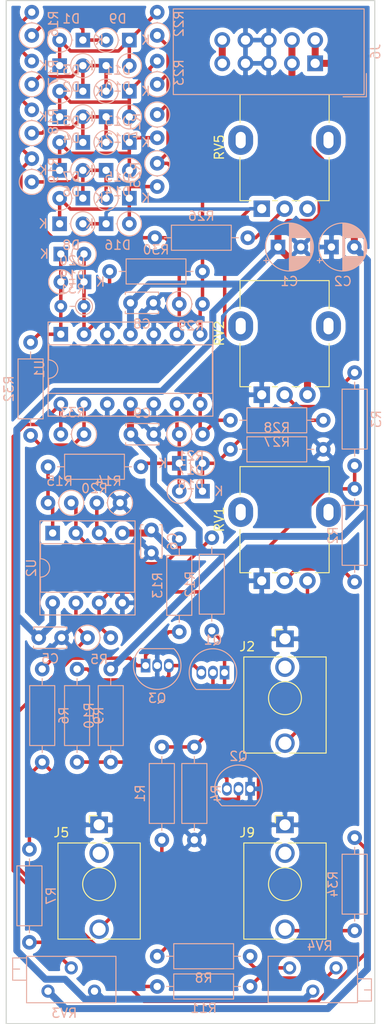
<source format=kicad_pcb>
(kicad_pcb (version 20171130) (host pcbnew 5.1.5-52549c5~84~ubuntu19.04.1)
  (title_block (title Wavefolder) (date 2020-02-09) (rev R01) (comment 1 "PCB for main circuit") (comment 2 "Original design by Yves Usson") (comment 4 "License CC BY 4.0 - Attribution 4.0 International"))
  (layers (0 F.Cu signal) (31 B.Cu signal) (34 B.Paste user) (35 F.Paste user) (36 B.SilkS user) (37 F.SilkS user) (38 B.Mask user) (39 F.Mask user) (44 Edge.Cuts user))
  (net 0 "")
  (net 1 GND)
  (net 2 +15V)
  (net 3 -15V)
  (net 4 "Net-(D1-Pad2)")
  (net 5 "Net-(D1-Pad1)")
  (net 6 "Net-(D10-Pad1)")
  (net 7 "Net-(D11-Pad1)")
  (net 8 "Net-(D12-Pad1)")
  (net 9 "Net-(D13-Pad1)")
  (net 10 "Net-(D14-Pad1)")
  (net 11 "Net-(D15-Pad1)")
  (net 12 "Net-(D16-Pad1)")
  (net 13 "Net-(D17-Pad2)")
  (net 14 "Net-(D17-Pad1)")
  (net 15 "Net-(D19-Pad2)")
  (net 16 "Net-(D19-Pad1)")
  (net 17 "Net-(J2-PadT)")
  (net 18 "Net-(J5-PadT)")
  (net 19 +5V)
  (net 20 "Net-(J9-PadT)")
  (net 21 "Net-(Q1-Pad1)")
  (net 22 "Net-(Q1-Pad3)")
  (net 23 "Net-(Q1-Pad2)")
  (net 24 "Net-(Q2-Pad3)")
  (net 25 "Net-(Q2-Pad2)")
  (net 26 "Net-(Q3-Pad1)")
  (net 27 "Net-(R2-Pad2)")
  (net 28 "Net-(R2-Pad1)")
  (net 29 "Net-(R3-Pad2)")
  (net 30 "Net-(R5-Pad1)")
  (net 31 "Net-(R7-Pad1)")
  (net 32 "Net-(R8-Pad2)")
  (net 33 "Net-(R11-Pad2)")
  (net 34 "Net-(R12-Pad1)")
  (net 35 "Net-(R13-Pad1)")
  (net 36 "Net-(R15-Pad2)")
  (net 37 "Net-(R16-Pad2)")
  (net 38 "Net-(R22-Pad1)")
  (net 39 "Net-(R26-Pad1)")
  (net 40 "Net-(R32-Pad2)")
  (net 41 "Net-(R33-Pad2)")
  (module Resistor_THT:R_Axial_DIN0207_L6.3mm_D2.5mm_P2.54mm_Vertical (layer B.Cu) (at 63.246 105.664 180)
    (fp_text reference R14 (at 1.27 2.37) (layer B.SilkS) (effects (justify mirror)))
    (fp_text value 100k)
    (pad 2 thru_hole oval (at 2.54 0 180) (size 1.6 1.6) (drill 0.8) (layers *.Cu *.Mask) (net 35 "Net-(R13-Pad1)"))
    (pad 1 thru_hole circle (at 0 0 180) (size 1.6 1.6) (drill 0.8) (layers *.Cu *.Mask) (net 1 GND))
  )
  (module elektrophon:Jack_3.5mm_WQP-PJ398SM_Vertical (layer F.Cu) (at 81.28 147.32)
    (fp_text reference J9 (at -4.13 -5.63) (layer F.SilkS))
    (fp_text value OUT)
    (pad TN thru_hole circle (at 0 -3.38 180) (size 2.13 2.13) (drill 1.42) (layers *.Cu *.Mask))
    (pad S thru_hole rect (at 0 -6.48 180) (size 1.93 1.83) (drill 1.22) (layers *.Cu *.Mask) (net 1 GND))
    (pad T thru_hole circle (at 0 4.92 180) (size 2.13 2.13) (drill 1.43) (layers *.Cu *.Mask) (net 20 "Net-(J9-PadT)"))
  )
  (module elektrophon:Jack_3.5mm_WQP-PJ398SM_Vertical (layer F.Cu) (at 60.96 147.32)
    (fp_text reference J5 (at -4.13 -5.63) (layer F.SilkS))
    (fp_text value INPUT)
    (pad TN thru_hole circle (at 0 -3.38 180) (size 2.13 2.13) (drill 1.42) (layers *.Cu *.Mask))
    (pad S thru_hole rect (at 0 -6.48 180) (size 1.93 1.83) (drill 1.22) (layers *.Cu *.Mask) (net 1 GND))
    (pad T thru_hole circle (at 0 4.92 180) (size 2.13 2.13) (drill 1.43) (layers *.Cu *.Mask) (net 18 "Net-(J5-PadT)"))
  )
  (module elektrophon:Jack_3.5mm_WQP-PJ398SM_Vertical (layer F.Cu) (at 81.28 127)
    (fp_text reference J2 (at -4.13 -5.63) (layer F.SilkS))
    (fp_text value Control)
    (pad TN thru_hole circle (at 0 -3.38 180) (size 2.13 2.13) (drill 1.42) (layers *.Cu *.Mask))
    (pad S thru_hole rect (at 0 -6.48 180) (size 1.93 1.83) (drill 1.22) (layers *.Cu *.Mask) (net 1 GND))
    (pad T thru_hole circle (at 0 4.92 180) (size 2.13 2.13) (drill 1.43) (layers *.Cu *.Mask) (net 17 "Net-(J2-PadT)"))
  )
  (module Resistor_THT:R_Axial_DIN0207_L6.3mm_D2.5mm_P2.54mm_Vertical (layer B.Cu) (at 67.31 68.58 270)
    (fp_text reference R25 (at 1.27 2.37 90) (layer B.SilkS) (effects (justify mirror)))
    (fp_text value 15k)
    (pad 2 thru_hole oval (at 2.54 0 270) (size 1.6 1.6) (drill 0.8) (layers *.Cu *.Mask) (net 11 "Net-(D15-Pad1)"))
    (pad 1 thru_hole circle (at 0 0 270) (size 1.6 1.6) (drill 0.8) (layers *.Cu *.Mask) (net 38 "Net-(R22-Pad1)"))
  )
  (module Resistor_THT:R_Axial_DIN0207_L6.3mm_D2.5mm_P2.54mm_Vertical (layer B.Cu) (at 67.31 63.246 270)
    (fp_text reference R24 (at 1.27 2.37 90) (layer B.SilkS) (effects (justify mirror)))
    (fp_text value 15k)
    (pad 2 thru_hole oval (at 2.54 0 270) (size 1.6 1.6) (drill 0.8) (layers *.Cu *.Mask) (net 9 "Net-(D13-Pad1)"))
    (pad 1 thru_hole circle (at 0 0 270) (size 1.6 1.6) (drill 0.8) (layers *.Cu *.Mask) (net 38 "Net-(R22-Pad1)"))
  )
  (module Resistor_THT:R_Axial_DIN0207_L6.3mm_D2.5mm_P2.54mm_Vertical (layer B.Cu) (at 67.31 59.944 90)
    (fp_text reference R23 (at 1.27 2.37 90) (layer B.SilkS) (effects (justify mirror)))
    (fp_text value 15k)
    (pad 2 thru_hole oval (at 2.54 0 90) (size 1.6 1.6) (drill 0.8) (layers *.Cu *.Mask) (net 7 "Net-(D11-Pad1)"))
    (pad 1 thru_hole circle (at 0 0 90) (size 1.6 1.6) (drill 0.8) (layers *.Cu *.Mask) (net 38 "Net-(R22-Pad1)"))
  )
  (module Resistor_THT:R_Axial_DIN0207_L6.3mm_D2.5mm_P2.54mm_Vertical (layer B.Cu) (at 67.31 54.61 90)
    (fp_text reference R22 (at 1.27 2.37 90) (layer B.SilkS) (effects (justify mirror)))
    (fp_text value 15k)
    (pad 2 thru_hole oval (at 2.54 0 90) (size 1.6 1.6) (drill 0.8) (layers *.Cu *.Mask) (net 4 "Net-(D1-Pad2)"))
    (pad 1 thru_hole circle (at 0 0 90) (size 1.6 1.6) (drill 0.8) (layers *.Cu *.Mask) (net 38 "Net-(R22-Pad1)"))
  )
  (module Resistor_THT:R_Axial_DIN0207_L6.3mm_D2.5mm_P2.54mm_Vertical (layer B.Cu) (at 53.594 70.612 90)
    (fp_text reference R19 (at 1.27 2.37 90) (layer B.SilkS) (effects (justify mirror)))
    (fp_text value 15k)
    (pad 2 thru_hole oval (at 2.54 0 90) (size 1.6 1.6) (drill 0.8) (layers *.Cu *.Mask) (net 37 "Net-(R16-Pad2)"))
    (pad 1 thru_hole circle (at 0 0 90) (size 1.6 1.6) (drill 0.8) (layers *.Cu *.Mask) (net 10 "Net-(D14-Pad1)"))
  )
  (module Resistor_THT:R_Axial_DIN0207_L6.3mm_D2.5mm_P2.54mm_Vertical (layer B.Cu) (at 53.594 65.278 90)
    (fp_text reference R18 (at 1.27 2.37 90) (layer B.SilkS) (effects (justify mirror)))
    (fp_text value 15k)
    (pad 2 thru_hole oval (at 2.54 0 90) (size 1.6 1.6) (drill 0.8) (layers *.Cu *.Mask) (net 37 "Net-(R16-Pad2)"))
    (pad 1 thru_hole circle (at 0 0 90) (size 1.6 1.6) (drill 0.8) (layers *.Cu *.Mask) (net 8 "Net-(D12-Pad1)"))
  )
  (module Resistor_THT:R_Axial_DIN0207_L6.3mm_D2.5mm_P2.54mm_Vertical (layer B.Cu) (at 53.594 59.944 90)
    (fp_text reference R17 (at 1.27 2.37 90) (layer B.SilkS) (effects (justify mirror)))
    (fp_text value 15k)
    (pad 2 thru_hole oval (at 2.54 0 90) (size 1.6 1.6) (drill 0.8) (layers *.Cu *.Mask) (net 37 "Net-(R16-Pad2)"))
    (pad 1 thru_hole circle (at 0 0 90) (size 1.6 1.6) (drill 0.8) (layers *.Cu *.Mask) (net 6 "Net-(D10-Pad1)"))
  )
  (module Resistor_THT:R_Axial_DIN0207_L6.3mm_D2.5mm_P2.54mm_Vertical (layer B.Cu) (at 53.594 54.61 90)
    (fp_text reference R16 (at 1.27 2.37 90) (layer B.SilkS) (effects (justify mirror)))
    (fp_text value 15k)
    (pad 2 thru_hole oval (at 2.54 0 90) (size 1.6 1.6) (drill 0.8) (layers *.Cu *.Mask) (net 37 "Net-(R16-Pad2)"))
    (pad 1 thru_hole circle (at 0 0 90) (size 1.6 1.6) (drill 0.8) (layers *.Cu *.Mask) (net 5 "Net-(D1-Pad1)"))
  )
  (module Diode_THT:D_DO-35_SOD27_P2.54mm_Vertical_KathodeUp (layer B.Cu) (at 61.722 75.184)
    (fp_text reference D16 (at 1.27 2.326371) (layer B.SilkS) (effects (justify mirror)))
    (fp_text value D)
    (fp_text user K (at -1.8 0) (layer B.SilkS) (effects (justify mirror)))
    (pad 2 thru_hole oval (at 2.54 0) (size 1.6 1.6) (drill 0.8) (layers *.Cu *.Mask) (net 11 "Net-(D15-Pad1)"))
    (pad 1 thru_hole rect (at 0 0) (size 1.6 1.6) (drill 0.8) (layers *.Cu *.Mask) (net 12 "Net-(D16-Pad1)"))
  )
  (module Diode_THT:D_DO-35_SOD27_P2.54mm_Vertical_KathodeUp (layer B.Cu) (at 64.262 72.39 180)
    (fp_text reference D15 (at 1.27 2.326371) (layer B.SilkS) (effects (justify mirror)))
    (fp_text value D)
    (fp_text user K (at -1.8 0) (layer B.SilkS) (effects (justify mirror)))
    (pad 2 thru_hole oval (at 2.54 0 180) (size 1.6 1.6) (drill 0.8) (layers *.Cu *.Mask) (net 10 "Net-(D14-Pad1)"))
    (pad 1 thru_hole rect (at 0 0 180) (size 1.6 1.6) (drill 0.8) (layers *.Cu *.Mask) (net 11 "Net-(D15-Pad1)"))
  )
  (module Diode_THT:D_DO-35_SOD27_P2.54mm_Vertical_KathodeUp (layer B.Cu) (at 61.722 69.342)
    (fp_text reference D14 (at 1.27 2.326371) (layer B.SilkS) (effects (justify mirror)))
    (fp_text value D)
    (fp_text user K (at -1.8 0) (layer B.SilkS) (effects (justify mirror)))
    (pad 2 thru_hole oval (at 2.54 0) (size 1.6 1.6) (drill 0.8) (layers *.Cu *.Mask) (net 9 "Net-(D13-Pad1)"))
    (pad 1 thru_hole rect (at 0 0) (size 1.6 1.6) (drill 0.8) (layers *.Cu *.Mask) (net 10 "Net-(D14-Pad1)"))
  )
  (module Diode_THT:D_DO-35_SOD27_P2.54mm_Vertical_KathodeUp (layer B.Cu) (at 64.262 66.294 180)
    (fp_text reference D13 (at 1.27 2.326371) (layer B.SilkS) (effects (justify mirror)))
    (fp_text value D)
    (fp_text user K (at -1.8 0) (layer B.SilkS) (effects (justify mirror)))
    (pad 2 thru_hole oval (at 2.54 0 180) (size 1.6 1.6) (drill 0.8) (layers *.Cu *.Mask) (net 8 "Net-(D12-Pad1)"))
    (pad 1 thru_hole rect (at 0 0 180) (size 1.6 1.6) (drill 0.8) (layers *.Cu *.Mask) (net 9 "Net-(D13-Pad1)"))
  )
  (module Diode_THT:D_DO-35_SOD27_P2.54mm_Vertical_KathodeUp (layer B.Cu) (at 61.722 63.5)
    (fp_text reference D12 (at 1.27 2.326371) (layer B.SilkS) (effects (justify mirror)))
    (fp_text value D)
    (fp_text user K (at -1.8 0) (layer B.SilkS) (effects (justify mirror)))
    (pad 2 thru_hole oval (at 2.54 0) (size 1.6 1.6) (drill 0.8) (layers *.Cu *.Mask) (net 7 "Net-(D11-Pad1)"))
    (pad 1 thru_hole rect (at 0 0) (size 1.6 1.6) (drill 0.8) (layers *.Cu *.Mask) (net 8 "Net-(D12-Pad1)"))
  )
  (module Diode_THT:D_DO-35_SOD27_P2.54mm_Vertical_KathodeUp (layer B.Cu) (at 64.262 60.706 180)
    (fp_text reference D11 (at 1.27 2.326371) (layer B.SilkS) (effects (justify mirror)))
    (fp_text value D)
    (fp_text user K (at -1.8 0) (layer B.SilkS) (effects (justify mirror)))
    (pad 2 thru_hole oval (at 2.54 0 180) (size 1.6 1.6) (drill 0.8) (layers *.Cu *.Mask) (net 6 "Net-(D10-Pad1)"))
    (pad 1 thru_hole rect (at 0 0 180) (size 1.6 1.6) (drill 0.8) (layers *.Cu *.Mask) (net 7 "Net-(D11-Pad1)"))
  )
  (module Diode_THT:D_DO-35_SOD27_P2.54mm_Vertical_KathodeUp (layer B.Cu) (at 61.722 57.912)
    (fp_text reference D10 (at 1.27 2.326371) (layer B.SilkS) (effects (justify mirror)))
    (fp_text value D)
    (fp_text user K (at -1.8 0) (layer B.SilkS) (effects (justify mirror)))
    (pad 2 thru_hole oval (at 2.54 0) (size 1.6 1.6) (drill 0.8) (layers *.Cu *.Mask) (net 4 "Net-(D1-Pad2)"))
    (pad 1 thru_hole rect (at 0 0) (size 1.6 1.6) (drill 0.8) (layers *.Cu *.Mask) (net 6 "Net-(D10-Pad1)"))
  )
  (module Diode_THT:D_DO-35_SOD27_P2.54mm_Vertical_KathodeUp (layer B.Cu) (at 64.262 55.118 180)
    (fp_text reference D9 (at 1.27 2.326371) (layer B.SilkS) (effects (justify mirror)))
    (fp_text value D)
    (fp_text user K (at -1.8 0) (layer B.SilkS) (effects (justify mirror)))
    (pad 2 thru_hole oval (at 2.54 0 180) (size 1.6 1.6) (drill 0.8) (layers *.Cu *.Mask) (net 5 "Net-(D1-Pad1)"))
    (pad 1 thru_hole rect (at 0 0 180) (size 1.6 1.6) (drill 0.8) (layers *.Cu *.Mask) (net 4 "Net-(D1-Pad2)"))
  )
  (module Diode_THT:D_DO-35_SOD27_P2.54mm_Vertical_KathodeUp (layer B.Cu) (at 56.642 75.184)
    (fp_text reference D8 (at 1.27 2.326371) (layer B.SilkS) (effects (justify mirror)))
    (fp_text value D)
    (fp_text user K (at -1.8 0) (layer B.SilkS) (effects (justify mirror)))
    (pad 2 thru_hole oval (at 2.54 0) (size 1.6 1.6) (drill 0.8) (layers *.Cu *.Mask) (net 12 "Net-(D16-Pad1)"))
    (pad 1 thru_hole rect (at 0 0) (size 1.6 1.6) (drill 0.8) (layers *.Cu *.Mask) (net 11 "Net-(D15-Pad1)"))
  )
  (module Diode_THT:D_DO-35_SOD27_P2.54mm_Vertical_KathodeUp (layer B.Cu) (at 59.182 72.39 180)
    (fp_text reference D7 (at 1.27 2.326371) (layer B.SilkS) (effects (justify mirror)))
    (fp_text value D)
    (fp_text user K (at -1.8 0) (layer B.SilkS) (effects (justify mirror)))
    (pad 2 thru_hole oval (at 2.54 0 180) (size 1.6 1.6) (drill 0.8) (layers *.Cu *.Mask) (net 11 "Net-(D15-Pad1)"))
    (pad 1 thru_hole rect (at 0 0 180) (size 1.6 1.6) (drill 0.8) (layers *.Cu *.Mask) (net 10 "Net-(D14-Pad1)"))
  )
  (module Diode_THT:D_DO-35_SOD27_P2.54mm_Vertical_KathodeUp (layer B.Cu) (at 56.642 69.342)
    (fp_text reference D6 (at 1.27 2.326371) (layer B.SilkS) (effects (justify mirror)))
    (fp_text value D)
    (fp_text user K (at -1.8 0) (layer B.SilkS) (effects (justify mirror)))
    (pad 2 thru_hole oval (at 2.54 0) (size 1.6 1.6) (drill 0.8) (layers *.Cu *.Mask) (net 10 "Net-(D14-Pad1)"))
    (pad 1 thru_hole rect (at 0 0) (size 1.6 1.6) (drill 0.8) (layers *.Cu *.Mask) (net 9 "Net-(D13-Pad1)"))
  )
  (module Diode_THT:D_DO-35_SOD27_P2.54mm_Vertical_KathodeUp (layer B.Cu) (at 59.182 66.294 180)
    (fp_text reference D5 (at 1.27 2.326371) (layer B.SilkS) (effects (justify mirror)))
    (fp_text value D)
    (fp_text user K (at -1.8 0) (layer B.SilkS) (effects (justify mirror)))
    (pad 2 thru_hole oval (at 2.54 0 180) (size 1.6 1.6) (drill 0.8) (layers *.Cu *.Mask) (net 9 "Net-(D13-Pad1)"))
    (pad 1 thru_hole rect (at 0 0 180) (size 1.6 1.6) (drill 0.8) (layers *.Cu *.Mask) (net 8 "Net-(D12-Pad1)"))
  )
  (module Diode_THT:D_DO-35_SOD27_P2.54mm_Vertical_KathodeUp (layer B.Cu) (at 56.642 63.5)
    (fp_text reference D4 (at 1.27 2.326371) (layer B.SilkS) (effects (justify mirror)))
    (fp_text value D)
    (fp_text user K (at -1.8 0) (layer B.SilkS) (effects (justify mirror)))
    (pad 2 thru_hole oval (at 2.54 0) (size 1.6 1.6) (drill 0.8) (layers *.Cu *.Mask) (net 8 "Net-(D12-Pad1)"))
    (pad 1 thru_hole rect (at 0 0) (size 1.6 1.6) (drill 0.8) (layers *.Cu *.Mask) (net 7 "Net-(D11-Pad1)"))
  )
  (module Diode_THT:D_DO-35_SOD27_P2.54mm_Vertical_KathodeUp (layer B.Cu) (at 59.182 60.706 180)
    (fp_text reference D3 (at 1.27 2.326371) (layer B.SilkS) (effects (justify mirror)))
    (fp_text value D)
    (fp_text user K (at -1.8 0) (layer B.SilkS) (effects (justify mirror)))
    (pad 2 thru_hole oval (at 2.54 0 180) (size 1.6 1.6) (drill 0.8) (layers *.Cu *.Mask) (net 7 "Net-(D11-Pad1)"))
    (pad 1 thru_hole rect (at 0 0 180) (size 1.6 1.6) (drill 0.8) (layers *.Cu *.Mask) (net 6 "Net-(D10-Pad1)"))
  )
  (module Diode_THT:D_DO-35_SOD27_P2.54mm_Vertical_KathodeUp (layer B.Cu) (at 56.642 57.912)
    (fp_text reference D2 (at 1.27 2.326371) (layer B.SilkS) (effects (justify mirror)))
    (fp_text value D)
    (fp_text user K (at -1.8 0) (layer B.SilkS) (effects (justify mirror)))
    (pad 2 thru_hole oval (at 2.54 0) (size 1.6 1.6) (drill 0.8) (layers *.Cu *.Mask) (net 6 "Net-(D10-Pad1)"))
    (pad 1 thru_hole rect (at 0 0) (size 1.6 1.6) (drill 0.8) (layers *.Cu *.Mask) (net 4 "Net-(D1-Pad2)"))
  )
  (module Diode_THT:D_DO-35_SOD27_P2.54mm_Vertical_KathodeUp (layer B.Cu) (at 59.182 55.118 180)
    (fp_text reference D1 (at 1.27 2.326371) (layer B.SilkS) (effects (justify mirror)))
    (fp_text value D)
    (fp_text user K (at -1.8 0) (layer B.SilkS) (effects (justify mirror)))
    (pad 2 thru_hole oval (at 2.54 0 180) (size 1.6 1.6) (drill 0.8) (layers *.Cu *.Mask) (net 4 "Net-(D1-Pad2)"))
    (pad 1 thru_hole rect (at 0 0 180) (size 1.6 1.6) (drill 0.8) (layers *.Cu *.Mask) (net 5 "Net-(D1-Pad1)"))
  )
  (module Resistor_THT:R_Axial_DIN0207_L6.3mm_D2.5mm_P2.54mm_Vertical (layer B.Cu) (at 59.69 120.396)
    (fp_text reference R5 (at 1.27 2.37) (layer B.SilkS) (effects (justify mirror)))
    (fp_text value 100k)
    (pad 2 thru_hole oval (at 2.54 0) (size 1.6 1.6) (drill 0.8) (layers *.Cu *.Mask) (net 28 "Net-(R2-Pad1)"))
    (pad 1 thru_hole circle (at 0 0) (size 1.6 1.6) (drill 0.8) (layers *.Cu *.Mask) (net 30 "Net-(R5-Pad1)"))
  )
  (module Resistor_THT:R_Axial_DIN0207_L6.3mm_D2.5mm_P2.54mm_Vertical (layer B.Cu) (at 57.912 105.664 180)
    (fp_text reference R15 (at 1.27 2.37) (layer B.SilkS) (effects (justify mirror)))
    (fp_text value 100k)
    (pad 2 thru_hole oval (at 2.54 0 180) (size 1.6 1.6) (drill 0.8) (layers *.Cu *.Mask) (net 36 "Net-(R15-Pad2)"))
    (pad 1 thru_hole circle (at 0 0 180) (size 1.6 1.6) (drill 0.8) (layers *.Cu *.Mask) (net 34 "Net-(R12-Pad1)"))
  )
  (module Resistor_THT:R_Axial_DIN0207_L6.3mm_D2.5mm_P2.54mm_Vertical (layer B.Cu) (at 69.723 98.171)
    (fp_text reference R21 (at 1.27 2.37) (layer B.SilkS) (effects (justify mirror)))
    (fp_text value 100k)
    (pad 2 thru_hole oval (at 2.54 0) (size 1.6 1.6) (drill 0.8) (layers *.Cu *.Mask) (net 12 "Net-(D16-Pad1)"))
    (pad 1 thru_hole circle (at 0 0) (size 1.6 1.6) (drill 0.8) (layers *.Cu *.Mask) (net 13 "Net-(D17-Pad2)"))
  )
  (module Resistor_THT:R_Axial_DIN0204_L3.6mm_D1.6mm_P2.54mm_Vertical (layer B.Cu) (at 59.309 84.201 180)
    (fp_text reference R31 (at 1.27 1.92) (layer B.SilkS) (effects (justify mirror)))
    (fp_text value 56k)
    (pad 2 thru_hole oval (at 2.54 0 180) (size 1.4 1.4) (drill 0.7) (layers *.Cu *.Mask) (net 16 "Net-(D19-Pad1)"))
    (pad 1 thru_hole circle (at 0 0 180) (size 1.4 1.4) (drill 0.7) (layers *.Cu *.Mask) (net 15 "Net-(D19-Pad2)"))
  )
  (module Diode_THT:D_DO-35_SOD27_P2.54mm_Vertical_KathodeUp (layer B.Cu) (at 69.723 101.346)
    (fp_text reference D18 (at 1.27 2.326371) (layer B.SilkS) (effects (justify mirror)))
    (fp_text value D)
    (fp_text user K (at -1.8 0) (layer B.SilkS) (effects (justify mirror)))
    (pad 2 thru_hole oval (at 2.54 0) (size 1.6 1.6) (drill 0.8) (layers *.Cu *.Mask) (net 14 "Net-(D17-Pad1)"))
    (pad 1 thru_hole rect (at 0 0) (size 1.6 1.6) (drill 0.8) (layers *.Cu *.Mask) (net 13 "Net-(D17-Pad2)"))
  )
  (module Diode_THT:D_DO-35_SOD27_P2.54mm_Vertical_KathodeUp (layer B.Cu) (at 72.263 104.394 180)
    (fp_text reference D17 (at 1.27 2.326371) (layer B.SilkS) (effects (justify mirror)))
    (fp_text value D)
    (fp_text user K (at -1.8 0) (layer B.SilkS) (effects (justify mirror)))
    (pad 2 thru_hole oval (at 2.54 0 180) (size 1.6 1.6) (drill 0.8) (layers *.Cu *.Mask) (net 13 "Net-(D17-Pad2)"))
    (pad 1 thru_hole rect (at 0 0 180) (size 1.6 1.6) (drill 0.8) (layers *.Cu *.Mask) (net 14 "Net-(D17-Pad1)"))
  )
  (module Resistor_THT:R_Axial_DIN0207_L6.3mm_D2.5mm_P2.54mm_Vertical (layer B.Cu) (at 69.723 83.947)
    (fp_text reference R29 (at 1.27 2.37) (layer B.SilkS) (effects (justify mirror)))
    (fp_text value 5k6)
    (pad 2 thru_hole oval (at 2.54 0) (size 1.6 1.6) (drill 0.8) (layers *.Cu *.Mask) (net 38 "Net-(R22-Pad1)"))
    (pad 1 thru_hole circle (at 0 0) (size 1.6 1.6) (drill 0.8) (layers *.Cu *.Mask) (net 37 "Net-(R16-Pad2)"))
  )
  (module Resistor_THT:R_Axial_DIN0207_L6.3mm_D2.5mm_P2.54mm_Vertical (layer B.Cu) (at 59.309 98.171 180)
    (fp_text reference R33 (at 1.27 2.37) (layer B.SilkS) (effects (justify mirror)))
    (fp_text value 56k)
    (pad 2 thru_hole oval (at 2.54 0 180) (size 1.6 1.6) (drill 0.8) (layers *.Cu *.Mask) (net 41 "Net-(R33-Pad2)"))
    (pad 1 thru_hole circle (at 0 0 180) (size 1.6 1.6) (drill 0.8) (layers *.Cu *.Mask) (net 40 "Net-(R32-Pad2)"))
  )
  (module Diode_THT:D_DO-35_SOD27_P2.54mm_Vertical_KathodeUp (layer B.Cu) (at 59.309 81.534 180)
    (fp_text reference D20 (at 1.27 2.326371) (layer B.SilkS) (effects (justify mirror)))
    (fp_text value D)
    (fp_text user K (at -1.8 0) (layer B.SilkS) (effects (justify mirror)))
    (pad 2 thru_hole oval (at 2.54 0 180) (size 1.6 1.6) (drill 0.8) (layers *.Cu *.Mask) (net 16 "Net-(D19-Pad1)"))
    (pad 1 thru_hole rect (at 0 0 180) (size 1.6 1.6) (drill 0.8) (layers *.Cu *.Mask) (net 15 "Net-(D19-Pad2)"))
  )
  (module Diode_THT:D_DO-35_SOD27_P2.54mm_Vertical_KathodeUp (layer B.Cu) (at 56.769 78.486)
    (fp_text reference D19 (at 1.27 2.326371) (layer B.SilkS) (effects (justify mirror)))
    (fp_text value D)
    (fp_text user K (at -1.8 0) (layer B.SilkS) (effects (justify mirror)))
    (pad 2 thru_hole oval (at 2.54 0) (size 1.6 1.6) (drill 0.8) (layers *.Cu *.Mask) (net 15 "Net-(D19-Pad2)"))
    (pad 1 thru_hole rect (at 0 0) (size 1.6 1.6) (drill 0.8) (layers *.Cu *.Mask) (net 16 "Net-(D19-Pad1)"))
  )
  (module Package_DIP:DIP-14_W7.62mm_Socket (layer B.Cu) (at 56.769 87.249 270)
    (fp_text reference U1 (at 3.81 2.33 90) (layer B.SilkS) (effects (justify mirror)))
    (fp_text value TL074)
    (pad 14 thru_hole oval (at 7.62 0 270) (size 1.6 1.6) (drill 0.8) (layers *.Cu *.Mask) (net 41 "Net-(R33-Pad2)"))
    (pad 7 thru_hole oval (at 0 -15.24 270) (size 1.6 1.6) (drill 0.8) (layers *.Cu *.Mask) (net 38 "Net-(R22-Pad1)"))
    (pad 13 thru_hole oval (at 7.62 -2.54 270) (size 1.6 1.6) (drill 0.8) (layers *.Cu *.Mask) (net 40 "Net-(R32-Pad2)"))
    (pad 6 thru_hole oval (at 0 -12.7 270) (size 1.6 1.6) (drill 0.8) (layers *.Cu *.Mask) (net 37 "Net-(R16-Pad2)"))
    (pad 12 thru_hole oval (at 7.62 -5.08 270) (size 1.6 1.6) (drill 0.8) (layers *.Cu *.Mask) (net 1 GND))
    (pad 5 thru_hole oval (at 0 -10.16 270) (size 1.6 1.6) (drill 0.8) (layers *.Cu *.Mask) (net 1 GND))
    (pad 11 thru_hole oval (at 7.62 -7.62 270) (size 1.6 1.6) (drill 0.8) (layers *.Cu *.Mask) (net 3 -15V))
    (pad 4 thru_hole oval (at 0 -7.62 270) (size 1.6 1.6) (drill 0.8) (layers *.Cu *.Mask) (net 2 +15V))
    (pad 10 thru_hole oval (at 7.62 -10.16 270) (size 1.6 1.6) (drill 0.8) (layers *.Cu *.Mask) (net 1 GND))
    (pad 3 thru_hole oval (at 0 -5.08 270) (size 1.6 1.6) (drill 0.8) (layers *.Cu *.Mask) (net 1 GND))
    (pad 9 thru_hole oval (at 7.62 -12.7 270) (size 1.6 1.6) (drill 0.8) (layers *.Cu *.Mask) (net 13 "Net-(D17-Pad2)"))
    (pad 2 thru_hole oval (at 0 -2.54 270) (size 1.6 1.6) (drill 0.8) (layers *.Cu *.Mask) (net 15 "Net-(D19-Pad2)"))
    (pad 8 thru_hole oval (at 7.62 -15.24 270) (size 1.6 1.6) (drill 0.8) (layers *.Cu *.Mask) (net 12 "Net-(D16-Pad1)"))
    (pad 1 thru_hole rect (at 0 0 270) (size 1.6 1.6) (drill 0.8) (layers *.Cu *.Mask) (net 16 "Net-(D19-Pad1)"))
  )
  (module Package_DIP:DIP-8_W7.62mm_Socket (layer B.Cu) (at 55.88 108.966 270)
    (fp_text reference U2 (at 3.81 2.33 90) (layer B.SilkS) (effects (justify mirror)))
    (fp_text value TL072)
    (pad 8 thru_hole oval (at 7.62 0 270) (size 1.6 1.6) (drill 0.8) (layers *.Cu *.Mask) (net 2 +15V))
    (pad 4 thru_hole oval (at 0 -7.62 270) (size 1.6 1.6) (drill 0.8) (layers *.Cu *.Mask) (net 3 -15V))
    (pad 7 thru_hole oval (at 7.62 -2.54 270) (size 1.6 1.6) (drill 0.8) (layers *.Cu *.Mask) (net 30 "Net-(R5-Pad1)"))
    (pad 3 thru_hole oval (at 0 -5.08 270) (size 1.6 1.6) (drill 0.8) (layers *.Cu *.Mask) (net 35 "Net-(R13-Pad1)"))
    (pad 6 thru_hole oval (at 7.62 -5.08 270) (size 1.6 1.6) (drill 0.8) (layers *.Cu *.Mask) (net 28 "Net-(R2-Pad1)"))
    (pad 2 thru_hole oval (at 0 -2.54 270) (size 1.6 1.6) (drill 0.8) (layers *.Cu *.Mask) (net 34 "Net-(R12-Pad1)"))
    (pad 5 thru_hole oval (at 7.62 -7.62 270) (size 1.6 1.6) (drill 0.8) (layers *.Cu *.Mask) (net 1 GND))
    (pad 1 thru_hole rect (at 0 0 270) (size 1.6 1.6) (drill 0.8) (layers *.Cu *.Mask) (net 36 "Net-(R15-Pad2)"))
  )
  (module elektrophon:Potentiometer_Alpha_RD901F-40-00D_Single_Vertical (layer F.Cu) (at 81.28 66.04 90)
    (fp_text reference RV5 (at -0.79 -7.18 270) (layer F.SilkS))
    (fp_text value 47k)
    (pad "" thru_hole oval (at 0 -4.84 180) (size 2.72 3.24) (drill oval 1.1 1.8) (layers *.Cu *.Mask))
    (pad "" thru_hole oval (at 0 4.76 180) (size 2.72 3.24) (drill oval 1.1 1.8) (layers *.Cu *.Mask))
    (pad 3 thru_hole circle (at -7.5 2.46 180) (size 1.8 1.8) (drill 1) (layers *.Cu *.Mask))
    (pad 2 thru_hole circle (at -7.5 -0.04 180) (size 1.8 1.8) (drill 1) (layers *.Cu *.Mask) (net 39 "Net-(R26-Pad1)"))
    (pad 1 thru_hole rect (at -7.5 -2.54 180) (size 1.8 1.8) (drill 1) (layers *.Cu *.Mask) (net 12 "Net-(D16-Pad1)"))
  )
  (module Potentiometer_THT:Potentiometer_Bourns_3296Z_Horizontal (layer B.Cu) (at 81.788 156.464 180)
    (fp_text reference RV4 (at -3.3 2.4) (layer B.SilkS) (effects (justify mirror)))
    (fp_text value R_POT_TRIM)
    (pad 3 thru_hole circle (at -5.08 0 180) (size 1.44 1.44) (drill 0.8) (layers *.Cu *.Mask) (net 33 "Net-(R11-Pad2)"))
    (pad 2 thru_hole circle (at -2.54 -2.54 180) (size 1.44 1.44) (drill 0.8) (layers *.Cu *.Mask) (net 2 +15V))
    (pad 1 thru_hole circle (at 0 0 180) (size 1.44 1.44) (drill 0.8) (layers *.Cu *.Mask) (net 32 "Net-(R8-Pad2)"))
  )
  (module Potentiometer_THT:Potentiometer_Bourns_3296Z_Horizontal (layer B.Cu) (at 60.452 159.004)
    (fp_text reference RV3 (at -3.3 2.4) (layer B.SilkS) (effects (justify mirror)))
    (fp_text value R_POT_TRIM)
    (pad 3 thru_hole circle (at -5.08 0) (size 1.44 1.44) (drill 0.8) (layers *.Cu *.Mask) (net 3 -15V))
    (pad 2 thru_hole circle (at -2.54 -2.54) (size 1.44 1.44) (drill 0.8) (layers *.Cu *.Mask) (net 31 "Net-(R7-Pad1)"))
    (pad 1 thru_hole circle (at 0 0) (size 1.44 1.44) (drill 0.8) (layers *.Cu *.Mask) (net 2 +15V))
  )
  (module elektrophon:Potentiometer_Alpha_RD901F-40-00D_Single_Vertical (layer F.Cu) (at 81.28 86.36 90)
    (fp_text reference RV2 (at -0.79 -7.18 270) (layer F.SilkS))
    (fp_text value 100k)
    (pad "" thru_hole oval (at 0 -4.84 180) (size 2.72 3.24) (drill oval 1.1 1.8) (layers *.Cu *.Mask))
    (pad "" thru_hole oval (at 0 4.76 180) (size 2.72 3.24) (drill oval 1.1 1.8) (layers *.Cu *.Mask))
    (pad 3 thru_hole circle (at -7.5 2.46 180) (size 1.8 1.8) (drill 1) (layers *.Cu *.Mask) (net 2 +15V))
    (pad 2 thru_hole circle (at -7.5 -0.04 180) (size 1.8 1.8) (drill 1) (layers *.Cu *.Mask) (net 29 "Net-(R3-Pad2)"))
    (pad 1 thru_hole rect (at -7.5 -2.54 180) (size 1.8 1.8) (drill 1) (layers *.Cu *.Mask) (net 1 GND))
  )
  (module elektrophon:Potentiometer_Alpha_RD901F-40-00D_Single_Vertical (layer F.Cu) (at 81.28 106.68 90)
    (fp_text reference RV1 (at -0.79 -7.18 270) (layer F.SilkS))
    (fp_text value 100k)
    (pad "" thru_hole oval (at 0 -4.84 180) (size 2.72 3.24) (drill oval 1.1 1.8) (layers *.Cu *.Mask))
    (pad "" thru_hole oval (at 0 4.76 180) (size 2.72 3.24) (drill oval 1.1 1.8) (layers *.Cu *.Mask))
    (pad 3 thru_hole circle (at -7.5 2.46 180) (size 1.8 1.8) (drill 1) (layers *.Cu *.Mask) (net 17 "Net-(J2-PadT)"))
    (pad 2 thru_hole circle (at -7.5 -0.04 180) (size 1.8 1.8) (drill 1) (layers *.Cu *.Mask) (net 27 "Net-(R2-Pad2)"))
    (pad 1 thru_hole rect (at -7.5 -2.54 180) (size 1.8 1.8) (drill 1) (layers *.Cu *.Mask) (net 1 GND))
  )
  (module Resistor_THT:R_Axial_DIN0207_L6.3mm_D2.5mm_P10.16mm_Horizontal (layer B.Cu) (at 88.9 142.24 270)
    (fp_text reference R34 (at 5.08 2.37 90) (layer B.SilkS) (effects (justify mirror)))
    (fp_text value 470)
    (pad 2 thru_hole oval (at 10.16 0 270) (size 1.6 1.6) (drill 0.8) (layers *.Cu *.Mask) (net 20 "Net-(J9-PadT)"))
    (pad 1 thru_hole circle (at 0 0 270) (size 1.6 1.6) (drill 0.8) (layers *.Cu *.Mask) (net 41 "Net-(R33-Pad2)"))
  )
  (module Resistor_THT:R_Axial_DIN0207_L6.3mm_D2.5mm_P10.16mm_Horizontal (layer B.Cu) (at 53.467 88.138 270)
    (fp_text reference R32 (at 5.08 2.37 90) (layer B.SilkS) (effects (justify mirror)))
    (fp_text value 6k8)
    (pad 2 thru_hole oval (at 10.16 0 270) (size 1.6 1.6) (drill 0.8) (layers *.Cu *.Mask) (net 40 "Net-(R32-Pad2)"))
    (pad 1 thru_hole circle (at 0 0 270) (size 1.6 1.6) (drill 0.8) (layers *.Cu *.Mask) (net 16 "Net-(D19-Pad1)"))
  )
  (module Resistor_THT:R_Axial_DIN0207_L6.3mm_D2.5mm_P10.16mm_Horizontal (layer B.Cu) (at 72.263 80.391 180)
    (fp_text reference R30 (at 5.08 2.37) (layer B.SilkS) (effects (justify mirror)))
    (fp_text value 5k6)
    (pad 2 thru_hole oval (at 10.16 0 180) (size 1.6 1.6) (drill 0.8) (layers *.Cu *.Mask) (net 15 "Net-(D19-Pad2)"))
    (pad 1 thru_hole circle (at 0 0 180) (size 1.6 1.6) (drill 0.8) (layers *.Cu *.Mask) (net 38 "Net-(R22-Pad1)"))
  )
  (module Resistor_THT:R_Axial_DIN0207_L6.3mm_D2.5mm_P10.16mm_Horizontal (layer B.Cu) (at 85.471 99.822 180)
    (fp_text reference R28 (at 5.08 2.37) (layer B.SilkS) (effects (justify mirror)))
    (fp_text value 2k7)
    (pad 2 thru_hole oval (at 10.16 0 180) (size 1.6 1.6) (drill 0.8) (layers *.Cu *.Mask) (net 14 "Net-(D17-Pad1)"))
    (pad 1 thru_hole circle (at 0 0 180) (size 1.6 1.6) (drill 0.8) (layers *.Cu *.Mask) (net 1 GND))
  )
  (module Resistor_THT:R_Axial_DIN0207_L6.3mm_D2.5mm_P10.16mm_Horizontal (layer B.Cu) (at 75.311 96.647)
    (fp_text reference R27 (at 5.08 2.37) (layer B.SilkS) (effects (justify mirror)))
    (fp_text value 33k)
    (pad 2 thru_hole oval (at 10.16 0) (size 1.6 1.6) (drill 0.8) (layers *.Cu *.Mask) (net 14 "Net-(D17-Pad1)"))
    (pad 1 thru_hole circle (at 0 0) (size 1.6 1.6) (drill 0.8) (layers *.Cu *.Mask) (net 12 "Net-(D16-Pad1)"))
  )
  (module Resistor_THT:R_Axial_DIN0207_L6.3mm_D2.5mm_P10.16mm_Horizontal (layer B.Cu) (at 77.216 76.708 180)
    (fp_text reference R26 (at 5.08 2.37) (layer B.SilkS) (effects (justify mirror)))
    (fp_text value 27k)
    (pad 2 thru_hole oval (at 10.16 0 180) (size 1.6 1.6) (drill 0.8) (layers *.Cu *.Mask) (net 37 "Net-(R16-Pad2)"))
    (pad 1 thru_hole circle (at 0 0 180) (size 1.6 1.6) (drill 0.8) (layers *.Cu *.Mask) (net 39 "Net-(R26-Pad1)"))
  )
  (module Resistor_THT:R_Axial_DIN0207_L6.3mm_D2.5mm_P10.16mm_Horizontal (layer B.Cu) (at 55.372 101.727)
    (fp_text reference R20 (at 5.08 2.37) (layer B.SilkS) (effects (justify mirror)))
    (fp_text value 100k)
    (pad 2 thru_hole oval (at 10.16 0) (size 1.6 1.6) (drill 0.8) (layers *.Cu *.Mask) (net 13 "Net-(D17-Pad2)"))
    (pad 1 thru_hole circle (at 0 0) (size 1.6 1.6) (drill 0.8) (layers *.Cu *.Mask) (net 36 "Net-(R15-Pad2)"))
  )
  (module Resistor_THT:R_Axial_DIN0207_L6.3mm_D2.5mm_P10.16mm_Horizontal (layer B.Cu) (at 69.723 109.601 270)
    (fp_text reference R13 (at 5.08 2.37 90) (layer B.SilkS) (effects (justify mirror)))
    (fp_text value 10k)
    (pad 2 thru_hole oval (at 10.16 0 270) (size 1.6 1.6) (drill 0.8) (layers *.Cu *.Mask) (net 26 "Net-(Q3-Pad1)"))
    (pad 1 thru_hole circle (at 0 0 270) (size 1.6 1.6) (drill 0.8) (layers *.Cu *.Mask) (net 35 "Net-(R13-Pad1)"))
  )
  (module Resistor_THT:R_Axial_DIN0207_L6.3mm_D2.5mm_P10.16mm_Horizontal (layer B.Cu) (at 73.279 109.474 270)
    (fp_text reference R12 (at 5.08 2.37 90) (layer B.SilkS) (effects (justify mirror)))
    (fp_text value 10k)
    (pad 2 thru_hole oval (at 10.16 0 270) (size 1.6 1.6) (drill 0.8) (layers *.Cu *.Mask) (net 21 "Net-(Q1-Pad1)"))
    (pad 1 thru_hole circle (at 0 0 270) (size 1.6 1.6) (drill 0.8) (layers *.Cu *.Mask) (net 34 "Net-(R12-Pad1)"))
  )
  (module Resistor_THT:R_Axial_DIN0207_L6.3mm_D2.5mm_P10.16mm_Horizontal (layer B.Cu) (at 67.31 158.496)
    (fp_text reference R11 (at 5.08 2.37) (layer B.SilkS) (effects (justify mirror)))
    (fp_text value 15k)
    (pad 2 thru_hole oval (at 10.16 0) (size 1.6 1.6) (drill 0.8) (layers *.Cu *.Mask) (net 33 "Net-(R11-Pad2)"))
    (pad 1 thru_hole circle (at 0 0) (size 1.6 1.6) (drill 0.8) (layers *.Cu *.Mask) (net 26 "Net-(Q3-Pad1)"))
  )
  (module Resistor_THT:R_Axial_DIN0207_L6.3mm_D2.5mm_P10.16mm_Horizontal (layer B.Cu) (at 62.23 123.825 270)
    (fp_text reference R10 (at 5.08 2.37 90) (layer B.SilkS) (effects (justify mirror)))
    (fp_text value 22k)
    (pad 2 thru_hole oval (at 10.16 0 270) (size 1.6 1.6) (drill 0.8) (layers *.Cu *.Mask) (net 24 "Net-(Q2-Pad3)"))
    (pad 1 thru_hole circle (at 0 0 270) (size 1.6 1.6) (drill 0.8) (layers *.Cu *.Mask) (net 3 -15V))
  )
  (module Resistor_THT:R_Axial_DIN0207_L6.3mm_D2.5mm_P10.16mm_Horizontal (layer B.Cu) (at 58.547 133.985 90)
    (fp_text reference R9 (at 5.08 2.37 90) (layer B.SilkS) (effects (justify mirror)))
    (fp_text value 22k)
    (pad 2 thru_hole oval (at 10.16 0 90) (size 1.6 1.6) (drill 0.8) (layers *.Cu *.Mask) (net 22 "Net-(Q1-Pad3)"))
    (pad 1 thru_hole circle (at 0 0 90) (size 1.6 1.6) (drill 0.8) (layers *.Cu *.Mask) (net 24 "Net-(Q2-Pad3)"))
  )
  (module Resistor_THT:R_Axial_DIN0207_L6.3mm_D2.5mm_P10.16mm_Horizontal (layer B.Cu) (at 67.31 155.194)
    (fp_text reference R8 (at 5.08 2.37) (layer B.SilkS) (effects (justify mirror)))
    (fp_text value 15k)
    (pad 2 thru_hole oval (at 10.16 0) (size 1.6 1.6) (drill 0.8) (layers *.Cu *.Mask) (net 32 "Net-(R8-Pad2)"))
    (pad 1 thru_hole circle (at 0 0) (size 1.6 1.6) (drill 0.8) (layers *.Cu *.Mask) (net 21 "Net-(Q1-Pad1)"))
  )
  (module Resistor_THT:R_Axial_DIN0207_L6.3mm_D2.5mm_P10.16mm_Horizontal (layer B.Cu) (at 53.34 153.67 90)
    (fp_text reference R7 (at 5.08 2.37 90) (layer B.SilkS) (effects (justify mirror)))
    (fp_text value 22k)
    (pad 2 thru_hole oval (at 10.16 0 90) (size 1.6 1.6) (drill 0.8) (layers *.Cu *.Mask) (net 25 "Net-(Q2-Pad2)"))
    (pad 1 thru_hole circle (at 0 0 90) (size 1.6 1.6) (drill 0.8) (layers *.Cu *.Mask) (net 31 "Net-(R7-Pad1)"))
  )
  (module Resistor_THT:R_Axial_DIN0207_L6.3mm_D2.5mm_P10.16mm_Horizontal (layer B.Cu) (at 54.737 133.985 90)
    (fp_text reference R6 (at 5.08 2.37 90) (layer B.SilkS) (effects (justify mirror)))
    (fp_text value 22k)
    (pad 2 thru_hole oval (at 10.16 0 90) (size 1.6 1.6) (drill 0.8) (layers *.Cu *.Mask) (net 30 "Net-(R5-Pad1)"))
    (pad 1 thru_hole circle (at 0 0 90) (size 1.6 1.6) (drill 0.8) (layers *.Cu *.Mask) (net 25 "Net-(Q2-Pad2)"))
  )
  (module Resistor_THT:R_Axial_DIN0207_L6.3mm_D2.5mm_P10.16mm_Horizontal (layer B.Cu) (at 71.374 142.494 90)
    (fp_text reference R4 (at 5.08 2.37 90) (layer B.SilkS) (effects (justify mirror)))
    (fp_text value 680)
    (pad 2 thru_hole oval (at 10.16 0 90) (size 1.6 1.6) (drill 0.8) (layers *.Cu *.Mask) (net 23 "Net-(Q1-Pad2)"))
    (pad 1 thru_hole circle (at 0 0 90) (size 1.6 1.6) (drill 0.8) (layers *.Cu *.Mask) (net 1 GND))
  )
  (module Resistor_THT:R_Axial_DIN0207_L6.3mm_D2.5mm_P10.16mm_Horizontal (layer B.Cu) (at 88.9 101.6 90)
    (fp_text reference R3 (at 5.08 2.37 90) (layer B.SilkS) (effects (justify mirror)))
    (fp_text value 100k)
    (pad 2 thru_hole oval (at 10.16 0 90) (size 1.6 1.6) (drill 0.8) (layers *.Cu *.Mask) (net 29 "Net-(R3-Pad2)"))
    (pad 1 thru_hole circle (at 0 0 90) (size 1.6 1.6) (drill 0.8) (layers *.Cu *.Mask) (net 28 "Net-(R2-Pad1)"))
  )
  (module Resistor_THT:R_Axial_DIN0207_L6.3mm_D2.5mm_P10.16mm_Horizontal (layer B.Cu) (at 88.9 104.14 270)
    (fp_text reference R2 (at 5.08 2.37 90) (layer B.SilkS) (effects (justify mirror)))
    (fp_text value 68k)
    (pad 2 thru_hole oval (at 10.16 0 270) (size 1.6 1.6) (drill 0.8) (layers *.Cu *.Mask) (net 27 "Net-(R2-Pad2)"))
    (pad 1 thru_hole circle (at 0 0 270) (size 1.6 1.6) (drill 0.8) (layers *.Cu *.Mask) (net 28 "Net-(R2-Pad1)"))
  )
  (module Resistor_THT:R_Axial_DIN0207_L6.3mm_D2.5mm_P10.16mm_Horizontal (layer B.Cu) (at 67.818 132.334 270)
    (fp_text reference R1 (at 5.08 2.37 90) (layer B.SilkS) (effects (justify mirror)))
    (fp_text value 100k)
    (pad 2 thru_hole oval (at 10.16 0 270) (size 1.6 1.6) (drill 0.8) (layers *.Cu *.Mask) (net 18 "Net-(J5-PadT)"))
    (pad 1 thru_hole circle (at 0 0 270) (size 1.6 1.6) (drill 0.8) (layers *.Cu *.Mask) (net 23 "Net-(Q1-Pad2)"))
  )
  (module Package_TO_SOT_THT:TO-92_Inline (layer B.Cu) (at 66.04 123.444)
    (fp_text reference Q3 (at 1.27 3.56) (layer B.SilkS) (effects (justify mirror)))
    (fp_text value BC547)
    (pad 1 thru_hole rect (at 0 0) (size 1.05 1.5) (drill 0.75) (layers *.Cu *.Mask) (net 26 "Net-(Q3-Pad1)"))
    (pad 3 thru_hole oval (at 2.54 0) (size 1.05 1.5) (drill 0.75) (layers *.Cu *.Mask) (net 22 "Net-(Q1-Pad3)"))
    (pad 2 thru_hole oval (at 1.27 0) (size 1.05 1.5) (drill 0.75) (layers *.Cu *.Mask) (net 1 GND))
  )
  (module Package_TO_SOT_THT:TO-92_Inline (layer B.Cu) (at 77.47 136.906 180)
    (fp_text reference Q2 (at 1.27 3.56) (layer B.SilkS) (effects (justify mirror)))
    (fp_text value BC547)
    (pad 1 thru_hole rect (at 0 0 180) (size 1.05 1.5) (drill 0.75) (layers *.Cu *.Mask) (net 1 GND))
    (pad 3 thru_hole oval (at 2.54 0 180) (size 1.05 1.5) (drill 0.75) (layers *.Cu *.Mask) (net 24 "Net-(Q2-Pad3)"))
    (pad 2 thru_hole oval (at 1.27 0 180) (size 1.05 1.5) (drill 0.75) (layers *.Cu *.Mask) (net 25 "Net-(Q2-Pad2)"))
  )
  (module Package_TO_SOT_THT:TO-92_Inline (layer B.Cu) (at 74.676 124.206 180)
    (fp_text reference Q1 (at 1.27 3.56) (layer B.SilkS) (effects (justify mirror)))
    (fp_text value BC547)
    (pad 1 thru_hole rect (at 0 0 180) (size 1.05 1.5) (drill 0.75) (layers *.Cu *.Mask) (net 21 "Net-(Q1-Pad1)"))
    (pad 3 thru_hole oval (at 2.54 0 180) (size 1.05 1.5) (drill 0.75) (layers *.Cu *.Mask) (net 22 "Net-(Q1-Pad3)"))
    (pad 2 thru_hole oval (at 1.27 0 180) (size 1.05 1.5) (drill 0.75) (layers *.Cu *.Mask) (net 23 "Net-(Q1-Pad2)"))
  )
  (module Connector_IDC:IDC-Header_2x05_P2.54mm_Vertical (layer B.Cu) (at 84.582 57.658 90)
    (fp_text reference J6 (at 1.27 6.604 90) (layer B.SilkS) (effects (justify mirror)))
    (fp_text value POWER)
    (pad 10 thru_hole oval (at 2.54 -10.16 90) (size 1.7272 1.7272) (drill 1.016) (layers *.Cu *.Mask) (net 19 +5V))
    (pad 9 thru_hole oval (at 0 -10.16 90) (size 1.7272 1.7272) (drill 1.016) (layers *.Cu *.Mask) (net 19 +5V))
    (pad 8 thru_hole oval (at 2.54 -7.62 90) (size 1.7272 1.7272) (drill 1.016) (layers *.Cu *.Mask) (net 1 GND))
    (pad 7 thru_hole oval (at 0 -7.62 90) (size 1.7272 1.7272) (drill 1.016) (layers *.Cu *.Mask) (net 1 GND))
    (pad 6 thru_hole oval (at 2.54 -5.08 90) (size 1.7272 1.7272) (drill 1.016) (layers *.Cu *.Mask) (net 1 GND))
    (pad 5 thru_hole oval (at 0 -5.08 90) (size 1.7272 1.7272) (drill 1.016) (layers *.Cu *.Mask) (net 1 GND))
    (pad 4 thru_hole oval (at 2.54 -2.54 90) (size 1.7272 1.7272) (drill 1.016) (layers *.Cu *.Mask) (net 2 +15V))
    (pad 3 thru_hole oval (at 0 -2.54 90) (size 1.7272 1.7272) (drill 1.016) (layers *.Cu *.Mask) (net 2 +15V))
    (pad 2 thru_hole oval (at 2.54 0 90) (size 1.7272 1.7272) (drill 1.016) (layers *.Cu *.Mask) (net 3 -15V))
    (pad 1 thru_hole rect (at 0 0 90) (size 1.7272 1.7272) (drill 1.016) (layers *.Cu *.Mask) (net 3 -15V))
  )
  (module Capacitor_THT:C_Disc_D3.4mm_W2.1mm_P2.50mm (layer B.Cu) (at 66.929 98.171 180)
    (fp_text reference C9 (at 1.25 2.3) (layer B.SilkS) (effects (justify mirror)))
    (fp_text value 0.1u)
    (pad 2 thru_hole circle (at 2.5 0 180) (size 1.6 1.6) (drill 0.8) (layers *.Cu *.Mask) (net 3 -15V))
    (pad 1 thru_hole circle (at 0 0 180) (size 1.6 1.6) (drill 0.8) (layers *.Cu *.Mask) (net 1 GND))
  )
  (module Capacitor_THT:C_Disc_D3.4mm_W2.1mm_P2.50mm (layer B.Cu) (at 64.389 83.82)
    (fp_text reference C8 (at 1.25 2.3) (layer B.SilkS) (effects (justify mirror)))
    (fp_text value 0.1u)
    (pad 2 thru_hole circle (at 2.5 0) (size 1.6 1.6) (drill 0.8) (layers *.Cu *.Mask) (net 1 GND))
    (pad 1 thru_hole circle (at 0 0) (size 1.6 1.6) (drill 0.8) (layers *.Cu *.Mask) (net 2 +15V))
  )
  (module Capacitor_THT:C_Disc_D3.4mm_W2.1mm_P2.50mm (layer B.Cu) (at 66.675 111.125 90)
    (fp_text reference C6 (at 1.25 2.3 90) (layer B.SilkS) (effects (justify mirror)))
    (fp_text value 0.1u)
    (pad 2 thru_hole circle (at 2.5 0 90) (size 1.6 1.6) (drill 0.8) (layers *.Cu *.Mask) (net 3 -15V))
    (pad 1 thru_hole circle (at 0 0 90) (size 1.6 1.6) (drill 0.8) (layers *.Cu *.Mask) (net 1 GND))
  )
  (module Capacitor_THT:C_Disc_D3.4mm_W2.1mm_P2.50mm (layer B.Cu) (at 54.356 120.396)
    (fp_text reference C5 (at 1.25 2.3) (layer B.SilkS) (effects (justify mirror)))
    (fp_text value 0.1u)
    (pad 2 thru_hole circle (at 2.5 0) (size 1.6 1.6) (drill 0.8) (layers *.Cu *.Mask) (net 1 GND))
    (pad 1 thru_hole circle (at 0 0) (size 1.6 1.6) (drill 0.8) (layers *.Cu *.Mask) (net 2 +15V))
  )
  (module Capacitor_THT:CP_Radial_D5.0mm_P2.50mm (layer B.Cu) (at 86.36 77.724)
    (fp_text reference C2 (at 1.25 3.75) (layer B.SilkS) (effects (justify mirror)))
    (fp_text value 10u)
    (pad 2 thru_hole circle (at 2.5 0) (size 1.6 1.6) (drill 0.8) (layers *.Cu *.Mask) (net 3 -15V))
    (pad 1 thru_hole rect (at 0 0) (size 1.6 1.6) (drill 0.8) (layers *.Cu *.Mask) (net 1 GND))
  )
  (module Capacitor_THT:CP_Radial_D5.0mm_P2.50mm (layer B.Cu) (at 80.518 77.724)
    (fp_text reference C1 (at 1.25 3.75) (layer B.SilkS) (effects (justify mirror)))
    (fp_text value 10u)
    (pad 2 thru_hole circle (at 2.5 0) (size 1.6 1.6) (drill 0.8) (layers *.Cu *.Mask) (net 1 GND))
    (pad 1 thru_hole rect (at 0 0) (size 1.6 1.6) (drill 0.8) (layers *.Cu *.Mask) (net 2 +15V))
  )
  (gr_line (start 50.8 162.56) (end 50.8 50.8) (layer Edge.Cuts) (width 0.12))
  (gr_line (start 91.1 162.56) (end 50.8 162.56) (layer Edge.Cuts) (width 0.12))
  (gr_line (start 91.1 50.8) (end 91.1 162.56) (layer Edge.Cuts) (width 0.12))
  (gr_line (start 50.8 50.8) (end 91.1 50.8) (layer Edge.Cuts) (width 0.12))
  (segment (start 82.042 55.118) (end 82.042 57.658) (width 0.762) (layer F.Cu) (net 2))
  (segment (start 80.518 76.162) (end 80.518 77.724) (width 0.762) (layer F.Cu) (net 2))
  (segment (start 81.658999 75.021001) (end 80.518 76.162) (width 0.762) (layer F.Cu) (net 2))
  (segment (start 84.450881 75.021001) (end 81.658999 75.021001) (width 0.762) (layer F.Cu) (net 2))
  (segment (start 85.221001 74.250881) (end 84.450881 75.021001) (width 0.762) (layer F.Cu) (net 2))
  (segment (start 85.221001 68.226003) (end 85.221001 74.250881) (width 0.762) (layer F.Cu) (net 2))
  (segment (start 82.042 65.047002) (end 85.221001 68.226003) (width 0.762) (layer F.Cu) (net 2))
  (segment (start 82.042 57.658) (end 82.042 65.047002) (width 0.762) (layer F.Cu) (net 2))
  (segment (start 83.74 80.946) (end 80.518 77.724) (width 0.762) (layer F.Cu) (net 2))
  (segment (start 83.74 93.86) (end 83.74 80.946) (width 0.762) (layer F.Cu) (net 2))
  (segment (start 83.454999 159.877001) (end 84.328 159.004) (width 0.762) (layer B.Cu) (net 2))
  (segment (start 57.225517 157.702999) (end 59.399519 159.877001) (width 0.762) (layer B.Cu) (net 2))
  (segment (start 55.086999 157.702999) (end 57.225517 157.702999) (width 0.762) (layer B.Cu) (net 2))
  (segment (start 51.958999 154.574999) (end 55.086999 157.702999) (width 0.762) (layer B.Cu) (net 2))
  (segment (start 56.106119 93.487999) (end 51.958999 97.635119) (width 0.762) (layer B.Cu) (net 2))
  (segment (start 67.813883 93.487999) (end 56.106119 93.487999) (width 0.762) (layer B.Cu) (net 2))
  (segment (start 73.390001 87.911881) (end 67.813883 93.487999) (width 0.762) (layer B.Cu) (net 2))
  (segment (start 73.390001 84.851999) (end 73.390001 87.911881) (width 0.762) (layer B.Cu) (net 2))
  (segment (start 61.325001 159.877001) (end 60.452 159.004) (width 0.762) (layer B.Cu) (net 2))
  (segment (start 61.960001 159.877001) (end 61.325001 159.877001) (width 0.762) (layer B.Cu) (net 2))
  (segment (start 59.399519 159.877001) (end 61.960001 159.877001) (width 0.762) (layer B.Cu) (net 2))
  (segment (start 61.960001 159.877001) (end 83.454999 159.877001) (width 0.762) (layer B.Cu) (net 2))
  (segment (start 51.958999 117.998999) (end 54.356 120.396) (width 0.762) (layer B.Cu) (net 2))
  (segment (start 51.958999 106.441999) (end 51.958999 117.998999) (width 0.762) (layer B.Cu) (net 2))
  (segment (start 51.958999 97.635119) (end 51.958999 106.441999) (width 0.762) (layer B.Cu) (net 2))
  (segment (start 51.958999 106.441999) (end 51.958999 154.574999) (width 0.762) (layer B.Cu) (net 2))
  (segment (start 55.88 118.872) (end 54.356 120.396) (width 0.762) (layer B.Cu) (net 2))
  (segment (start 55.88 116.586) (end 55.88 118.872) (width 0.762) (layer B.Cu) (net 2))
  (segment (start 66.436999 81.772001) (end 64.389 83.82) (width 0.762) (layer B.Cu) (net 2))
  (segment (start 76.469999 81.772001) (end 66.436999 81.772001) (width 0.762) (layer B.Cu) (net 2))
  (segment (start 78.2955 79.9465) (end 76.469999 81.772001) (width 0.762) (layer B.Cu) (net 2))
  (segment (start 78.2955 79.9465) (end 73.390001 84.851999) (width 0.762) (layer B.Cu) (net 2))
  (segment (start 80.518 77.724) (end 78.2955 79.9465) (width 0.762) (layer B.Cu) (net 2))
  (segment (start 64.389 83.82) (end 64.389 87.249) (width 0.762) (layer B.Cu) (net 2))
  (segment (start 86.2076 57.658) (end 84.582 57.658) (width 0.762) (layer F.Cu) (net 3))
  (segment (start 88.86 60.3104) (end 86.2076 57.658) (width 0.762) (layer F.Cu) (net 3))
  (segment (start 88.86 77.724) (end 88.86 60.3104) (width 0.762) (layer F.Cu) (net 3))
  (segment (start 84.582 57.658) (end 84.582 55.118) (width 0.762) (layer F.Cu) (net 3))
  (segment (start 88.86 77.724) (end 90.297 79.161) (width 0.762) (layer B.Cu) (net 3))
  (segment (start 90.297 156.591) (end 85.979 160.909) (width 0.762) (layer B.Cu) (net 3))
  (segment (start 57.277 160.909) (end 55.372 159.004) (width 0.762) (layer B.Cu) (net 3))
  (segment (start 85.979 160.909) (end 57.277 160.909) (width 0.762) (layer B.Cu) (net 3))
  (segment (start 74.9935 111.0615) (end 62.23 123.825) (width 0.762) (layer B.Cu) (net 3))
  (segment (start 87.518999 109.331001) (end 76.723999 109.331001) (width 0.762) (layer B.Cu) (net 3))
  (segment (start 90.297 106.553) (end 87.518999 109.331001) (width 0.762) (layer B.Cu) (net 3))
  (segment (start 90.297 79.161) (end 90.297 106.553) (width 0.762) (layer B.Cu) (net 3))
  (segment (start 90.297 106.553) (end 90.297 156.591) (width 0.762) (layer B.Cu) (net 3))
  (segment (start 69.1115 111.0615) (end 66.675 108.625) (width 0.762) (layer B.Cu) (net 3))
  (segment (start 76.723999 109.331001) (end 74.9935 111.0615) (width 0.762) (layer B.Cu) (net 3))
  (segment (start 66.913001 100.655001) (end 64.429 98.171) (width 0.762) (layer B.Cu) (net 3))
  (segment (start 66.913001 103.627883) (end 66.913001 100.655001) (width 0.762) (layer B.Cu) (net 3))
  (segment (start 72.5805 111.0615) (end 71.897999 110.378999) (width 0.762) (layer B.Cu) (net 3))
  (segment (start 74.9935 111.0615) (end 72.5805 111.0615) (width 0.762) (layer B.Cu) (net 3))
  (segment (start 71.897999 108.612881) (end 66.913001 103.627883) (width 0.762) (layer B.Cu) (net 3))
  (segment (start 71.897999 110.378999) (end 71.897999 108.612881) (width 0.762) (layer B.Cu) (net 3))
  (segment (start 72.5805 111.0615) (end 69.1115 111.0615) (width 0.762) (layer B.Cu) (net 3))
  (segment (start 64.389 98.131) (end 64.429 98.171) (width 0.762) (layer F.Cu) (net 3))
  (segment (start 64.389 94.869) (end 64.389 98.131) (width 0.762) (layer F.Cu) (net 3))
  (segment (start 66.334 108.966) (end 66.675 108.625) (width 0.762) (layer F.Cu) (net 3))
  (segment (start 63.5 108.966) (end 66.334 108.966) (width 0.762) (layer F.Cu) (net 3))
  (segment (start 56.642 55.118) (end 56.642 57.912) (width 0.381) (layer F.Cu) (net 4))
  (segment (start 64.262 55.118) (end 64.262 57.912) (width 0.381) (layer F.Cu) (net 4))
  (segment (start 67.31 52.07) (end 64.262 55.118) (width 0.381) (layer F.Cu) (net 4))
  (segment (start 57.832501 56.308501) (end 56.642 55.118) (width 0.381) (layer F.Cu) (net 4))
  (segment (start 63.071499 56.308501) (end 57.832501 56.308501) (width 0.381) (layer F.Cu) (net 4))
  (segment (start 64.262 55.118) (end 63.071499 56.308501) (width 0.381) (layer F.Cu) (net 4))
  (segment (start 61.722 55.118) (end 59.182 55.118) (width 0.381) (layer F.Cu) (net 5))
  (segment (start 59.182 53.937) (end 58.585 53.34) (width 0.381) (layer F.Cu) (net 5))
  (segment (start 59.182 55.118) (end 59.182 53.937) (width 0.381) (layer F.Cu) (net 5))
  (segment (start 54.864 53.34) (end 53.594 54.61) (width 0.381) (layer F.Cu) (net 5))
  (segment (start 58.585 53.34) (end 54.864 53.34) (width 0.381) (layer F.Cu) (net 5))
  (segment (start 59.182 57.912) (end 59.182 60.706) (width 0.381) (layer F.Cu) (net 6))
  (segment (start 61.722 57.912) (end 61.722 60.706) (width 0.381) (layer F.Cu) (net 6))
  (segment (start 61.722 57.912) (end 59.182 57.912) (width 0.381) (layer F.Cu) (net 6))
  (segment (start 54.435499 59.102501) (end 53.594 59.944) (width 0.381) (layer F.Cu) (net 6))
  (segment (start 57.991499 59.102501) (end 54.435499 59.102501) (width 0.381) (layer F.Cu) (net 6))
  (segment (start 59.182 57.912) (end 57.991499 59.102501) (width 0.381) (layer F.Cu) (net 6))
  (segment (start 56.642 60.706) (end 56.642 63.5) (width 0.381) (layer F.Cu) (net 7))
  (segment (start 64.262 60.706) (end 64.262 63.5) (width 0.381) (layer F.Cu) (net 7))
  (segment (start 66.510001 58.457999) (end 64.262 60.706) (width 0.381) (layer F.Cu) (net 7))
  (segment (start 66.510001 58.203999) (end 66.510001 58.457999) (width 0.381) (layer F.Cu) (net 7))
  (segment (start 67.31 57.404) (end 66.510001 58.203999) (width 0.381) (layer F.Cu) (net 7))
  (segment (start 57.832501 61.896501) (end 56.642 60.706) (width 0.381) (layer F.Cu) (net 7))
  (segment (start 64.252499 61.896501) (end 57.832501 61.896501) (width 0.381) (layer F.Cu) (net 7))
  (segment (start 64.262 61.887) (end 64.252499 61.896501) (width 0.381) (layer F.Cu) (net 7))
  (segment (start 64.262 60.706) (end 64.262 61.887) (width 0.381) (layer F.Cu) (net 7))
  (segment (start 59.182 63.5) (end 59.182 66.294) (width 0.381) (layer F.Cu) (net 8))
  (segment (start 61.722 63.5) (end 61.722 66.294) (width 0.381) (layer F.Cu) (net 8))
  (segment (start 57.991499 64.690501) (end 59.182 63.5) (width 0.381) (layer F.Cu) (net 8))
  (segment (start 55.312869 64.690501) (end 57.991499 64.690501) (width 0.381) (layer F.Cu) (net 8))
  (segment (start 54.72537 65.278) (end 55.312869 64.690501) (width 0.381) (layer F.Cu) (net 8))
  (segment (start 53.594 65.278) (end 54.72537 65.278) (width 0.381) (layer F.Cu) (net 8))
  (segment (start 59.182 63.5) (end 61.722 63.5) (width 0.381) (layer F.Cu) (net 8))
  (segment (start 56.642 66.294) (end 56.642 69.342) (width 0.381) (layer F.Cu) (net 9))
  (segment (start 64.262 66.294) (end 64.262 69.342) (width 0.381) (layer F.Cu) (net 9))
  (segment (start 64.77 65.786) (end 64.262 66.294) (width 0.381) (layer F.Cu) (net 9))
  (segment (start 67.31 65.786) (end 64.77 65.786) (width 0.381) (layer F.Cu) (net 9))
  (segment (start 57.832501 67.484501) (end 56.642 66.294) (width 0.381) (layer F.Cu) (net 9))
  (segment (start 64.252499 67.484501) (end 57.832501 67.484501) (width 0.381) (layer F.Cu) (net 9))
  (segment (start 64.262 67.475) (end 64.252499 67.484501) (width 0.381) (layer F.Cu) (net 9))
  (segment (start 64.262 66.294) (end 64.262 67.475) (width 0.381) (layer F.Cu) (net 9))
  (segment (start 59.182 69.342) (end 59.182 72.39) (width 0.381) (layer F.Cu) (net 10))
  (segment (start 61.722 69.342) (end 61.722 72.39) (width 0.381) (layer F.Cu) (net 10))
  (segment (start 61.722 69.342) (end 59.182 69.342) (width 0.381) (layer F.Cu) (net 10))
  (segment (start 57.912 70.612) (end 53.594 70.612) (width 0.381) (layer F.Cu) (net 10))
  (segment (start 59.182 69.342) (end 57.912 70.612) (width 0.381) (layer F.Cu) (net 10))
  (segment (start 64.262 72.39) (end 64.262 75.184) (width 0.381) (layer F.Cu) (net 11))
  (segment (start 56.642 72.39) (end 56.642 75.184) (width 0.381) (layer F.Cu) (net 11))
  (segment (start 64.351 71.12) (end 64.262 71.209) (width 0.381) (layer F.Cu) (net 11))
  (segment (start 64.262 71.209) (end 64.262 72.39) (width 0.381) (layer F.Cu) (net 11))
  (segment (start 67.31 71.12) (end 64.351 71.12) (width 0.381) (layer F.Cu) (net 11))
  (segment (start 57.832501 73.580501) (end 56.642 72.39) (width 0.381) (layer F.Cu) (net 11))
  (segment (start 64.252499 73.580501) (end 57.832501 73.580501) (width 0.381) (layer F.Cu) (net 11))
  (segment (start 64.262 73.571) (end 64.252499 73.580501) (width 0.381) (layer F.Cu) (net 11))
  (segment (start 64.262 72.39) (end 64.262 73.571) (width 0.381) (layer F.Cu) (net 11))
  (segment (start 77.459 73.54) (end 78.74 73.54) (width 0.381) (layer B.Cu) (net 12))
  (segment (start 77.418499 73.580501) (end 77.459 73.54) (width 0.381) (layer B.Cu) (net 12))
  (segment (start 62.144499 73.580501) (end 77.418499 73.580501) (width 0.381) (layer B.Cu) (net 12))
  (segment (start 61.722 74.003) (end 62.144499 73.580501) (width 0.381) (layer B.Cu) (net 12))
  (segment (start 61.722 75.184) (end 61.722 74.003) (width 0.381) (layer B.Cu) (net 12))
  (segment (start 61.722 75.184) (end 59.182 75.184) (width 0.381) (layer F.Cu) (net 12))
  (segment (start 77.459 73.54) (end 78.74 73.54) (width 0.381) (layer F.Cu) (net 12))
  (segment (start 74.68949 76.30951) (end 77.459 73.54) (width 0.381) (layer F.Cu) (net 12))
  (segment (start 74.68949 91.05714) (end 74.68949 76.30951) (width 0.381) (layer F.Cu) (net 12))
  (segment (start 72.009 93.73763) (end 74.68949 91.05714) (width 0.381) (layer F.Cu) (net 12))
  (segment (start 72.009 94.869) (end 72.009 93.73763) (width 0.381) (layer F.Cu) (net 12))
  (segment (start 73.787 96.647) (end 72.263 98.171) (width 0.381) (layer F.Cu) (net 12))
  (segment (start 75.311 96.647) (end 73.787 96.647) (width 0.381) (layer F.Cu) (net 12))
  (segment (start 72.009 97.917) (end 72.263 98.171) (width 0.381) (layer F.Cu) (net 12))
  (segment (start 72.009 94.869) (end 72.009 97.917) (width 0.381) (layer F.Cu) (net 12))
  (segment (start 69.469 97.917) (end 69.723 98.171) (width 0.381) (layer F.Cu) (net 13))
  (segment (start 69.469 94.869) (end 69.469 97.917) (width 0.381) (layer F.Cu) (net 13))
  (segment (start 69.723 98.171) (end 69.723 104.394) (width 0.381) (layer F.Cu) (net 13))
  (segment (start 65.913 101.346) (end 65.532 101.727) (width 0.381) (layer F.Cu) (net 13))
  (segment (start 69.723 101.346) (end 65.913 101.346) (width 0.381) (layer F.Cu) (net 13))
  (segment (start 72.263 104.394) (end 72.263 101.346) (width 0.381) (layer F.Cu) (net 14))
  (segment (start 73.787 101.346) (end 75.311 99.822) (width 0.381) (layer F.Cu) (net 14))
  (segment (start 72.263 101.346) (end 73.787 101.346) (width 0.381) (layer F.Cu) (net 14))
  (segment (start 78.486 96.647) (end 85.471 96.647) (width 0.381) (layer F.Cu) (net 14))
  (segment (start 75.311 99.822) (end 78.486 96.647) (width 0.381) (layer F.Cu) (net 14))
  (segment (start 59.309 87.249) (end 59.309 78.486) (width 0.381) (layer F.Cu) (net 15))
  (segment (start 62.103 84.455) (end 59.309 87.249) (width 0.381) (layer F.Cu) (net 15))
  (segment (start 62.103 80.391) (end 62.103 84.455) (width 0.381) (layer F.Cu) (net 15))
  (segment (start 56.769 78.486) (end 56.769 87.249) (width 0.381) (layer F.Cu) (net 16))
  (segment (start 54.356 87.249) (end 53.467 88.138) (width 0.381) (layer F.Cu) (net 16))
  (segment (start 56.769 87.249) (end 54.356 87.249) (width 0.381) (layer F.Cu) (net 16))
  (segment (start 83.74 129.46) (end 83.74 114.18) (width 0.381) (layer F.Cu) (net 17))
  (segment (start 81.28 131.92) (end 83.74 129.46) (width 0.381) (layer F.Cu) (net 17))
  (segment (start 67.818 145.382) (end 60.96 152.24) (width 0.381) (layer F.Cu) (net 18))
  (segment (start 67.818 142.494) (end 67.818 145.382) (width 0.381) (layer F.Cu) (net 18))
  (segment (start 74.422 57.658) (end 74.422 55.118) (width 0.762) (layer F.Cu) (net 19))
  (segment (start 81.44 152.4) (end 81.28 152.24) (width 0.381) (layer F.Cu) (net 20))
  (segment (start 88.9 152.4) (end 81.44 152.4) (width 0.381) (layer F.Cu) (net 20))
  (segment (start 78.385501 144.118499) (end 67.31 155.194) (width 0.381) (layer F.Cu) (net 21))
  (segment (start 78.385501 134.212499) (end 78.385501 144.118499) (width 0.381) (layer F.Cu) (net 21))
  (segment (start 74.676 124.206) (end 74.676 123.956274) (width 0.381) (layer F.Cu) (net 21))
  (segment (start 74.676 130.502998) (end 74.676 124.206) (width 0.381) (layer F.Cu) (net 21))
  (segment (start 78.385501 134.212499) (end 74.676 130.502998) (width 0.381) (layer F.Cu) (net 21))
  (segment (start 74.676 124.206) (end 74.676 123.83663) (width 0.381) (layer F.Cu) (net 21))
  (segment (start 74.676 121.031) (end 74.676 124.206) (width 0.381) (layer F.Cu) (net 21))
  (segment (start 73.279 119.634) (end 74.676 121.031) (width 0.381) (layer F.Cu) (net 21))
  (segment (start 71.374 123.444) (end 72.136 124.206) (width 0.381) (layer F.Cu) (net 22))
  (segment (start 68.58 123.444) (end 71.374 123.444) (width 0.381) (layer F.Cu) (net 22))
  (segment (start 68.58 124.575) (end 68.58 123.444) (width 0.381) (layer F.Cu) (net 22))
  (segment (start 68.139499 125.015501) (end 68.58 124.575) (width 0.381) (layer F.Cu) (net 22))
  (segment (start 60.868871 125.015501) (end 68.139499 125.015501) (width 0.381) (layer F.Cu) (net 22))
  (segment (start 59.67837 123.825) (end 60.868871 125.015501) (width 0.381) (layer F.Cu) (net 22))
  (segment (start 58.547 123.825) (end 59.67837 123.825) (width 0.381) (layer F.Cu) (net 22))
  (segment (start 73.406 130.302) (end 71.374 132.334) (width 0.381) (layer F.Cu) (net 23))
  (segment (start 73.406 124.206) (end 73.406 130.302) (width 0.381) (layer F.Cu) (net 23))
  (segment (start 71.374 132.334) (end 67.818 132.334) (width 0.381) (layer F.Cu) (net 23))
  (segment (start 58.547 133.985) (end 62.23 133.985) (width 0.381) (layer F.Cu) (net 24))
  (segment (start 74.93 135.775) (end 74.93 136.906) (width 0.381) (layer F.Cu) (net 24))
  (segment (start 73.14 133.985) (end 74.93 135.775) (width 0.381) (layer F.Cu) (net 24))
  (segment (start 62.23 133.985) (end 73.14 133.985) (width 0.381) (layer F.Cu) (net 24))
  (segment (start 76.2 138.037) (end 76.2 136.906) (width 0.381) (layer F.Cu) (net 25))
  (segment (start 76.19049 138.04651) (end 76.2 138.037) (width 0.381) (layer F.Cu) (net 25))
  (segment (start 53.34 135.382) (end 54.737 133.985) (width 0.381) (layer F.Cu) (net 25))
  (segment (start 53.34 143.51) (end 53.34 135.382) (width 0.381) (layer F.Cu) (net 25))
  (segment (start 58.79851 138.04651) (end 54.737 133.985) (width 0.381) (layer F.Cu) (net 25))
  (segment (start 62.86251 138.04651) (end 64.64549 138.04651) (width 0.381) (layer F.Cu) (net 25))
  (segment (start 64.64549 138.04651) (end 58.79851 138.04651) (width 0.381) (layer F.Cu) (net 25))
  (segment (start 64.64549 138.04651) (end 76.19049 138.04651) (width 0.381) (layer F.Cu) (net 25))
  (segment (start 66.04 122.31263) (end 66.04 123.444) (width 0.381) (layer F.Cu) (net 26))
  (segment (start 68.59163 119.761) (end 66.04 122.31263) (width 0.381) (layer F.Cu) (net 26))
  (segment (start 69.723 119.761) (end 68.59163 119.761) (width 0.381) (layer F.Cu) (net 26))
  (segment (start 65.061858 158.496) (end 52.149499 145.583641) (width 0.381) (layer F.Cu) (net 26))
  (segment (start 67.31 158.496) (end 65.061858 158.496) (width 0.381) (layer F.Cu) (net 26))
  (segment (start 52.149499 145.583641) (end 52.149499 135.842499) (width 0.381) (layer F.Cu) (net 26))
  (segment (start 52.149499 135.842499) (end 52.149499 128.460559) (width 0.381) (layer F.Cu) (net 26))
  (segment (start 65.134 123.444) (end 66.04 123.444) (width 0.381) (layer F.Cu) (net 26))
  (segment (start 57.975559 122.634499) (end 64.324499 122.634499) (width 0.381) (layer F.Cu) (net 26))
  (segment (start 52.149499 128.460559) (end 57.975559 122.634499) (width 0.381) (layer F.Cu) (net 26))
  (segment (start 64.324499 122.634499) (end 65.134 123.444) (width 0.381) (layer F.Cu) (net 26))
  (segment (start 52.149499 135.842499) (end 52.149499 134.810559) (width 0.381) (layer F.Cu) (net 26))
  (segment (start 82.530501 112.889499) (end 81.24 114.18) (width 0.381) (layer F.Cu) (net 27))
  (segment (start 87.489499 112.889499) (end 82.530501 112.889499) (width 0.381) (layer F.Cu) (net 27))
  (segment (start 88.9 114.3) (end 87.489499 112.889499) (width 0.381) (layer F.Cu) (net 27))
  (segment (start 88.9 101.6) (end 88.9 104.14) (width 0.381) (layer F.Cu) (net 28))
  (segment (start 62.150501 115.395499) (end 60.96 116.586) (width 0.381) (layer F.Cu) (net 28))
  (segment (start 74.588907 115.395499) (end 62.150501 115.395499) (width 0.381) (layer F.Cu) (net 28))
  (segment (start 85.844406 104.14) (end 74.588907 115.395499) (width 0.381) (layer F.Cu) (net 28))
  (segment (start 88.9 104.14) (end 85.844406 104.14) (width 0.381) (layer F.Cu) (net 28))
  (segment (start 60.96 119.126) (end 62.23 120.396) (width 0.381) (layer F.Cu) (net 28))
  (segment (start 60.96 116.586) (end 60.96 119.126) (width 0.381) (layer F.Cu) (net 28))
  (segment (start 85.189499 95.150501) (end 88.9 91.44) (width 0.381) (layer F.Cu) (net 29))
  (segment (start 82.530501 95.150501) (end 85.189499 95.150501) (width 0.381) (layer F.Cu) (net 29))
  (segment (start 81.24 93.86) (end 82.530501 95.150501) (width 0.381) (layer F.Cu) (net 29))
  (segment (start 58.42 119.126) (end 58.42 116.586) (width 0.381) (layer F.Cu) (net 30))
  (segment (start 59.69 120.396) (end 58.42 119.126) (width 0.381) (layer F.Cu) (net 30))
  (segment (start 58.032512 122.053488) (end 59.69 120.396) (width 0.381) (layer F.Cu) (net 30))
  (segment (start 54.737 123.825) (end 56.508512 122.053488) (width 0.381) (layer F.Cu) (net 30))
  (segment (start 56.508512 122.053488) (end 58.032512 122.053488) (width 0.381) (layer F.Cu) (net 30))
  (segment (start 55.118 153.67) (end 57.912 156.464) (width 0.381) (layer F.Cu) (net 31))
  (segment (start 53.34 153.67) (end 55.118 153.67) (width 0.381) (layer F.Cu) (net 31))
  (segment (start 77.978 156.464) (end 77.47 155.956) (width 0.381) (layer F.Cu) (net 32))
  (segment (start 81.788 156.464) (end 77.978 156.464) (width 0.381) (layer F.Cu) (net 32))
  (segment (start 78.391499 157.574501) (end 77.47 158.496) (width 0.381) (layer F.Cu) (net 33))
  (segment (start 85.757499 157.574501) (end 78.391499 157.574501) (width 0.381) (layer F.Cu) (net 33))
  (segment (start 86.868 156.464) (end 85.757499 157.574501) (width 0.381) (layer F.Cu) (net 33))
  (segment (start 62.350512 112.896512) (end 58.42 108.966) (width 0.381) (layer F.Cu) (net 34))
  (segment (start 69.856488 112.896512) (end 62.350512 112.896512) (width 0.381) (layer F.Cu) (net 34))
  (segment (start 73.279 109.474) (end 69.856488 112.896512) (width 0.381) (layer F.Cu) (net 34))
  (segment (start 58.42 106.172) (end 57.912 105.664) (width 0.381) (layer F.Cu) (net 34))
  (segment (start 58.42 108.966) (end 58.42 106.172) (width 0.381) (layer F.Cu) (net 34))
  (segment (start 60.706 108.712) (end 60.96 108.966) (width 0.381) (layer F.Cu) (net 35))
  (segment (start 60.706 105.664) (end 60.706 108.712) (width 0.381) (layer F.Cu) (net 35))
  (segment (start 64.309501 112.315501) (end 60.96 108.966) (width 0.381) (layer F.Cu) (net 35))
  (segment (start 68.139869 112.315501) (end 64.309501 112.315501) (width 0.381) (layer F.Cu) (net 35))
  (segment (start 69.723 110.73237) (end 68.139869 112.315501) (width 0.381) (layer F.Cu) (net 35))
  (segment (start 69.723 109.601) (end 69.723 110.73237) (width 0.381) (layer F.Cu) (net 35))
  (segment (start 55.88 106.172) (end 55.372 105.664) (width 0.381) (layer F.Cu) (net 36))
  (segment (start 55.88 108.966) (end 55.88 106.172) (width 0.381) (layer F.Cu) (net 36))
  (segment (start 55.372 101.727) (end 55.372 105.664) (width 0.381) (layer F.Cu) (net 36))
  (segment (start 53.594 62.738) (end 52.794001 61.938001) (width 0.381) (layer F.Cu) (net 37))
  (segment (start 53.594 52.07) (end 51.562 54.102) (width 0.381) (layer F.Cu) (net 37))
  (segment (start 51.562 66.04) (end 53.594 68.072) (width 0.381) (layer F.Cu) (net 37))
  (segment (start 51.562 55.372) (end 53.594 57.404) (width 0.381) (layer F.Cu) (net 37))
  (segment (start 51.562 54.864) (end 51.562 55.372) (width 0.381) (layer F.Cu) (net 37))
  (segment (start 51.562 54.102) (end 51.562 54.864) (width 0.381) (layer F.Cu) (net 37))
  (segment (start 51.562 57.912) (end 51.562 60.706) (width 0.381) (layer F.Cu) (net 37))
  (segment (start 51.562 60.706) (end 53.594 62.738) (width 0.381) (layer F.Cu) (net 37))
  (segment (start 51.562 54.864) (end 51.562 57.912) (width 0.381) (layer F.Cu) (net 37))
  (segment (start 51.562 57.912) (end 51.562 66.04) (width 0.381) (layer F.Cu) (net 37))
  (segment (start 69.723 86.995) (end 69.469 87.249) (width 0.381) (layer F.Cu) (net 37))
  (segment (start 69.723 83.947) (end 69.723 86.995) (width 0.381) (layer F.Cu) (net 37))
  (segment (start 52.403499 73.248401) (end 55.863098 76.708) (width 0.381) (layer F.Cu) (net 37))
  (segment (start 52.403499 69.262501) (end 52.403499 73.248401) (width 0.381) (layer F.Cu) (net 37))
  (segment (start 55.863098 76.708) (end 67.056 76.708) (width 0.381) (layer F.Cu) (net 37))
  (segment (start 53.594 68.072) (end 52.403499 69.262501) (width 0.381) (layer F.Cu) (net 37))
  (segment (start 69.723 78.24363) (end 69.723 83.947) (width 0.381) (layer F.Cu) (net 37))
  (segment (start 68.18737 76.708) (end 69.723 78.24363) (width 0.381) (layer F.Cu) (net 37))
  (segment (start 67.056 76.708) (end 68.18737 76.708) (width 0.381) (layer F.Cu) (net 37))
  (segment (start 68.500501 67.389499) (end 67.31 68.58) (width 0.381) (layer F.Cu) (net 38))
  (segment (start 67.31 54.61) (end 68.500501 55.800501) (width 0.381) (layer F.Cu) (net 38))
  (segment (start 68.500501 58.848501) (end 68.405499 58.848501) (width 0.381) (layer F.Cu) (net 38))
  (segment (start 68.405499 58.848501) (end 67.31 59.944) (width 0.381) (layer F.Cu) (net 38))
  (segment (start 68.500501 55.800501) (end 68.500501 58.848501) (width 0.381) (layer F.Cu) (net 38))
  (segment (start 68.500501 62.055499) (end 67.31 63.246) (width 0.381) (layer F.Cu) (net 38))
  (segment (start 68.500501 61.388501) (end 68.500501 62.055499) (width 0.381) (layer F.Cu) (net 38))
  (segment (start 68.500501 58.848501) (end 68.500501 61.388501) (width 0.381) (layer F.Cu) (net 38))
  (segment (start 68.500501 61.388501) (end 68.500501 67.389499) (width 0.381) (layer F.Cu) (net 38))
  (segment (start 72.009 84.201) (end 72.263 83.947) (width 0.381) (layer F.Cu) (net 38))
  (segment (start 72.009 87.249) (end 72.009 84.201) (width 0.381) (layer F.Cu) (net 38))
  (segment (start 72.263 83.947) (end 72.263 80.391) (width 0.381) (layer F.Cu) (net 38))
  (segment (start 72.263 72.40163) (end 72.263 80.391) (width 0.381) (layer F.Cu) (net 38))
  (segment (start 68.44137 68.58) (end 72.263 72.40163) (width 0.381) (layer F.Cu) (net 38))
  (segment (start 67.31 68.58) (end 68.44137 68.58) (width 0.381) (layer F.Cu) (net 38))
  (segment (start 78.072 76.708) (end 77.216 76.708) (width 0.381) (layer F.Cu) (net 39))
  (segment (start 81.24 73.54) (end 78.072 76.708) (width 0.381) (layer F.Cu) (net 39))
  (segment (start 54.530501 99.361501) (end 53.467 98.298) (width 0.381) (layer F.Cu) (net 40))
  (segment (start 58.118499 99.361501) (end 54.530501 99.361501) (width 0.381) (layer F.Cu) (net 40))
  (segment (start 59.309 98.171) (end 58.118499 99.361501) (width 0.381) (layer F.Cu) (net 40))
  (segment (start 59.309 94.869) (end 59.309 98.171) (width 0.381) (layer F.Cu) (net 40))
  (segment (start 56.769 94.869) (end 56.769 98.171) (width 0.381) (layer F.Cu) (net 41))
  (segment (start 90.090501 143.430501) (end 88.9 142.24) (width 0.381) (layer F.Cu) (net 41))
  (segment (start 90.090501 154.885041) (end 90.090501 143.430501) (width 0.381) (layer F.Cu) (net 41))
  (segment (start 84.861041 160.114501) (end 90.090501 154.885041) (width 0.381) (layer F.Cu) (net 41))
  (segment (start 65.858687 160.114501) (end 84.861041 160.114501) (width 0.381) (layer F.Cu) (net 41))
  (segment (start 51.568491 145.824305) (end 65.858687 160.114501) (width 0.381) (layer F.Cu) (net 41))
  (segment (start 51.568488 98.434571) (end 51.568491 145.824305) (width 0.381) (layer F.Cu) (net 41))
  (segment (start 52.895559 97.107499) (end 51.568488 98.434571) (width 0.381) (layer F.Cu) (net 41))
  (segment (start 54.530501 97.107499) (end 52.895559 97.107499) (width 0.381) (layer F.Cu) (net 41))
  (segment (start 56.769 94.869) (end 54.530501 97.107499) (width 0.381) (layer F.Cu) (net 41))
  (zone (net 1) (net_name GND) (layer B.Cu) (connect_pads (clearance 0.508)) (min_thickness 0.254) (fill yes (arc_segments 32) (thermal_gap 0.508) (thermal_bridge_width 0.508))
    (polygon (pts (xy 91.0844 162.56) (xy 50.8 162.5092) (xy 50.8 50.8508) (xy 91.0844 50.8)))
  )
)
</source>
